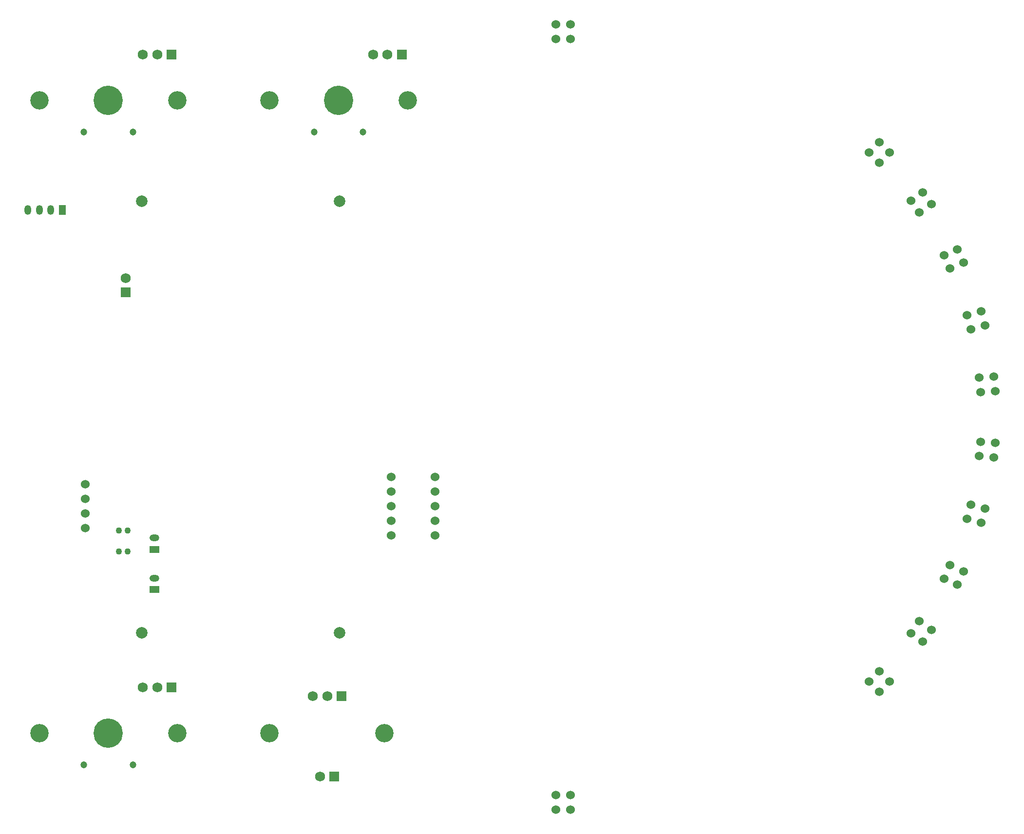
<source format=gbs>
G04 #@! TF.FileFunction,Soldermask,Bot*
%FSLAX46Y46*%
G04 Gerber Fmt 4.6, Leading zero omitted, Abs format (unit mm)*
G04 Created by KiCad (PCBNEW 4.0.1-stable) date 2018/11/10 20:41:03*
%MOMM*%
G01*
G04 APERTURE LIST*
%ADD10C,0.100000*%
%ADD11R,1.750000X1.750000*%
%ADD12C,1.750000*%
%ADD13C,5.100000*%
%ADD14C,1.200000*%
%ADD15C,3.200000*%
%ADD16R,1.200000X1.700000*%
%ADD17O,1.200000X1.700000*%
%ADD18R,1.700000X1.200000*%
%ADD19O,1.700000X1.200000*%
%ADD20C,1.524000*%
%ADD21C,1.100000*%
%ADD22C,2.000000*%
G04 APERTURE END LIST*
D10*
D11*
X93000000Y-37000000D03*
D12*
X90500000Y-37000000D03*
X88000000Y-37000000D03*
D13*
X82000000Y-45000000D03*
D14*
X77750000Y-50500000D03*
X86250000Y-50500000D03*
D15*
X70000000Y-45000000D03*
X94000000Y-45000000D03*
X54000000Y-45000000D03*
X30000000Y-45000000D03*
D13*
X42000000Y-45000000D03*
D14*
X37750000Y-50500000D03*
X46250000Y-50500000D03*
D11*
X53000000Y-37000000D03*
D12*
X50500000Y-37000000D03*
X48000000Y-37000000D03*
D16*
X34000000Y-64000000D03*
D17*
X32000000Y-64000000D03*
X30000000Y-64000000D03*
X28000000Y-64000000D03*
D11*
X45000000Y-78365000D03*
D12*
X45000000Y-75865000D03*
D18*
X50000000Y-130000000D03*
D19*
X50000000Y-128000000D03*
D18*
X50000000Y-123000000D03*
D19*
X50000000Y-121000000D03*
D20*
X91190000Y-115500000D03*
X91190000Y-112960000D03*
X91190000Y-110420000D03*
X91190000Y-118040000D03*
X91190000Y-120580000D03*
X98810000Y-120580000D03*
X98810000Y-118040000D03*
X98810000Y-115500000D03*
X98810000Y-112960000D03*
X98810000Y-110420000D03*
X195907134Y-107040978D03*
X196128510Y-104510644D03*
X193376800Y-106819602D03*
X193598176Y-104289268D03*
X185013648Y-63029413D03*
X183556764Y-60948767D03*
X182933002Y-64486297D03*
X181476118Y-62405651D03*
X177757992Y-54038059D03*
X175961941Y-52242008D03*
X175961941Y-55834110D03*
X174165890Y-54038059D03*
X119730000Y-31730000D03*
X119730000Y-34270000D03*
X122270000Y-31730000D03*
X122270000Y-34270000D03*
X196128510Y-95489356D03*
X195907134Y-92959022D03*
X193598176Y-95710732D03*
X193376800Y-93180398D03*
X194340605Y-84074788D03*
X193683205Y-81621336D03*
X191887153Y-84732188D03*
X191229753Y-82278736D03*
X190597742Y-73144099D03*
X189524292Y-70842077D03*
X188295720Y-74217549D03*
X187222270Y-71915527D03*
X189524292Y-129157923D03*
X190597742Y-126855901D03*
X187222270Y-128084473D03*
X188295720Y-125782451D03*
X193683205Y-118378664D03*
X194340605Y-115925212D03*
X191229753Y-117721264D03*
X191887153Y-115267812D03*
X119730000Y-165730000D03*
X119730000Y-168270000D03*
X122270000Y-165730000D03*
X122270000Y-168270000D03*
X175961941Y-147757992D03*
X177757992Y-145961941D03*
X174165890Y-145961941D03*
X175961941Y-144165890D03*
X183556764Y-139051233D03*
X185013648Y-136970587D03*
X181476118Y-137594349D03*
X182933002Y-135513703D03*
X38000000Y-119310000D03*
X38000000Y-116770000D03*
X38000000Y-114230000D03*
X38000000Y-111690000D03*
D21*
X45350000Y-119700000D03*
X43850000Y-119700000D03*
X45350000Y-123400000D03*
X43850000Y-123400000D03*
D11*
X53000000Y-147000000D03*
D12*
X50500000Y-147000000D03*
X48000000Y-147000000D03*
D11*
X81270000Y-162500000D03*
D12*
X78770000Y-162500000D03*
D11*
X82540000Y-148500000D03*
D12*
X80040000Y-148500000D03*
X77540000Y-148500000D03*
D13*
X42000000Y-155000000D03*
D14*
X37750000Y-160500000D03*
X46250000Y-160500000D03*
D15*
X30000000Y-155000000D03*
X54000000Y-155000000D03*
D22*
X47800000Y-137500000D03*
X47800000Y-62500000D03*
X82200000Y-62500000D03*
X82200000Y-137500000D03*
D15*
X90000000Y-155000000D03*
X70000000Y-155000000D03*
M02*

</source>
